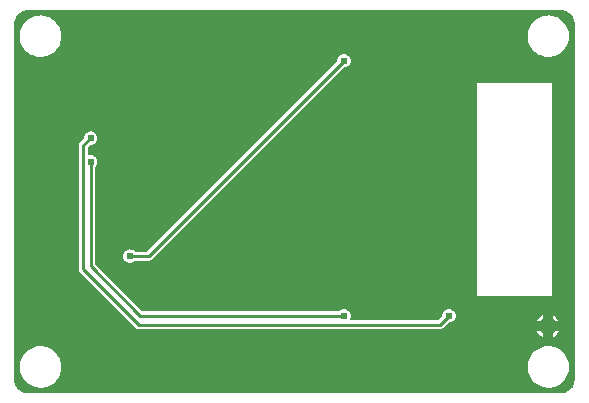
<source format=gbl>
G04 Layer: BottomLayer*
G04 EasyEDA v6.5.34, 2023-10-15 23:32:28*
G04 71d41e4822c04cdf8dbe640198561a58,c7e5a72684d24d89a273277b68740de8,10*
G04 Gerber Generator version 0.2*
G04 Scale: 100 percent, Rotated: No, Reflected: No *
G04 Dimensions in millimeters *
G04 leading zeros omitted , absolute positions ,4 integer and 5 decimal *
%FSLAX45Y45*%
%MOMM*%

%ADD10C,0.2540*%
%ADD11C,1.5240*%
%ADD12C,0.6200*%

%LPD*%
G36*
X150368Y-3274110D02*
G01*
X135534Y-3273196D01*
X121869Y-3270808D01*
X108458Y-3266897D01*
X95656Y-3261512D01*
X83515Y-3254705D01*
X72186Y-3246577D01*
X61874Y-3237280D01*
X52679Y-3226917D01*
X44704Y-3215538D01*
X37998Y-3203295D01*
X32715Y-3190392D01*
X28956Y-3177082D01*
X26670Y-3163316D01*
X25908Y-3149041D01*
X25908Y-150977D01*
X26822Y-135534D01*
X29209Y-121869D01*
X33121Y-108508D01*
X38506Y-95707D01*
X45262Y-83566D01*
X53390Y-72237D01*
X62687Y-61925D01*
X73101Y-52730D01*
X84480Y-44704D01*
X96672Y-38049D01*
X109575Y-32766D01*
X122935Y-29006D01*
X136652Y-26720D01*
X150926Y-25958D01*
X4649012Y-25958D01*
X4664456Y-26873D01*
X4678172Y-29260D01*
X4691481Y-33172D01*
X4704283Y-38557D01*
X4716424Y-45313D01*
X4727752Y-53441D01*
X4738065Y-62738D01*
X4747260Y-73152D01*
X4755286Y-84531D01*
X4761941Y-96723D01*
X4767224Y-109626D01*
X4771034Y-122986D01*
X4773320Y-136702D01*
X4774082Y-150977D01*
X4774082Y-3149041D01*
X4773168Y-3164484D01*
X4770729Y-3178149D01*
X4766818Y-3191510D01*
X4761433Y-3204362D01*
X4754727Y-3216503D01*
X4746548Y-3227781D01*
X4737252Y-3238093D01*
X4726838Y-3247339D01*
X4715459Y-3255314D01*
X4703267Y-3262020D01*
X4690414Y-3267252D01*
X4677054Y-3271062D01*
X4663338Y-3273348D01*
X4649012Y-3274110D01*
G37*

%LPC*%
G36*
X254508Y-3225850D02*
G01*
X272592Y-3224479D01*
X290372Y-3221177D01*
X307797Y-3216148D01*
X324561Y-3209340D01*
X340512Y-3200806D01*
X355549Y-3190697D01*
X369519Y-3179114D01*
X382117Y-3166160D01*
X393344Y-3151936D01*
X403047Y-3136646D01*
X411175Y-3120491D01*
X417525Y-3103524D01*
X422148Y-3085998D01*
X424942Y-3068116D01*
X425856Y-3050032D01*
X424942Y-3031947D01*
X422148Y-3014065D01*
X417525Y-2996488D01*
X411175Y-2979572D01*
X403047Y-2963418D01*
X393344Y-2948076D01*
X382117Y-2933903D01*
X369519Y-2920949D01*
X355549Y-2909366D01*
X340512Y-2899257D01*
X324561Y-2890723D01*
X307797Y-2883916D01*
X290372Y-2878836D01*
X272592Y-2875584D01*
X254508Y-2874213D01*
X236423Y-2874670D01*
X218440Y-2877007D01*
X200812Y-2881122D01*
X183743Y-2887065D01*
X167335Y-2894787D01*
X151790Y-2904083D01*
X137312Y-2914904D01*
X124002Y-2927248D01*
X112115Y-2940862D01*
X101549Y-2955645D01*
X92659Y-2971393D01*
X85394Y-2988005D01*
X79908Y-3005226D01*
X76200Y-3022955D01*
X74320Y-3040938D01*
X74320Y-3059074D01*
X76200Y-3077057D01*
X79908Y-3094837D01*
X85394Y-3112058D01*
X92659Y-3128670D01*
X101549Y-3144418D01*
X112115Y-3159201D01*
X124002Y-3172815D01*
X137312Y-3185109D01*
X151790Y-3195980D01*
X167335Y-3205276D01*
X183743Y-3212947D01*
X200812Y-3218942D01*
X218440Y-3223056D01*
X236423Y-3225393D01*
G37*
G36*
X4554575Y-3225850D02*
G01*
X4572609Y-3224479D01*
X4590389Y-3221177D01*
X4607763Y-3216148D01*
X4624527Y-3209340D01*
X4640529Y-3200806D01*
X4655616Y-3190697D01*
X4669434Y-3179114D01*
X4682134Y-3166160D01*
X4693361Y-3151936D01*
X4703114Y-3136646D01*
X4711141Y-3120491D01*
X4717542Y-3103524D01*
X4722164Y-3085998D01*
X4725009Y-3068116D01*
X4725924Y-3050032D01*
X4725009Y-3031947D01*
X4722164Y-3014065D01*
X4717542Y-2996488D01*
X4711141Y-2979572D01*
X4703114Y-2963418D01*
X4693361Y-2948076D01*
X4682134Y-2933903D01*
X4669434Y-2920949D01*
X4655616Y-2909366D01*
X4640529Y-2899257D01*
X4624527Y-2890723D01*
X4607763Y-2883916D01*
X4590389Y-2878836D01*
X4572609Y-2875584D01*
X4554575Y-2874213D01*
X4536440Y-2874670D01*
X4518507Y-2877007D01*
X4500829Y-2881122D01*
X4483709Y-2887065D01*
X4467301Y-2894787D01*
X4451858Y-2904083D01*
X4437329Y-2914904D01*
X4424070Y-2927248D01*
X4412030Y-2940862D01*
X4401616Y-2955645D01*
X4392625Y-2971393D01*
X4385411Y-2988005D01*
X4379874Y-3005226D01*
X4376216Y-3022955D01*
X4374388Y-3040938D01*
X4374388Y-3059074D01*
X4376216Y-3077057D01*
X4379874Y-3094837D01*
X4385411Y-3112058D01*
X4392625Y-3128670D01*
X4401616Y-3144418D01*
X4412030Y-3159201D01*
X4424070Y-3172815D01*
X4437329Y-3185109D01*
X4451858Y-3195980D01*
X4467301Y-3205276D01*
X4483709Y-3212947D01*
X4500829Y-3218942D01*
X4518507Y-3223056D01*
X4536440Y-3225393D01*
G37*
G36*
X4502200Y-2796895D02*
G01*
X4502200Y-2749600D01*
X4454804Y-2749600D01*
X4455464Y-2751175D01*
X4462424Y-2762910D01*
X4470908Y-2773578D01*
X4480661Y-2783027D01*
X4491634Y-2791155D01*
G37*
G36*
X4591100Y-2796794D02*
G01*
X4595622Y-2794660D01*
X4607204Y-2787294D01*
X4617618Y-2778506D01*
X4626711Y-2768346D01*
X4634433Y-2757119D01*
X4638243Y-2749600D01*
X4591100Y-2749600D01*
G37*
G36*
X1081430Y-2731058D02*
G01*
X3631692Y-2731058D01*
X3639718Y-2730246D01*
X3646982Y-2728061D01*
X3653586Y-2724505D01*
X3659835Y-2719374D01*
X3703218Y-2675991D01*
X3706723Y-2673756D01*
X3720337Y-2671826D01*
X3729634Y-2668981D01*
X3738168Y-2664663D01*
X3745941Y-2658922D01*
X3752646Y-2651963D01*
X3758031Y-2643936D01*
X3761994Y-2635148D01*
X3764432Y-2625852D01*
X3765245Y-2616250D01*
X3764432Y-2606598D01*
X3761994Y-2597302D01*
X3758031Y-2588514D01*
X3752646Y-2580487D01*
X3745941Y-2573477D01*
X3738168Y-2567787D01*
X3729634Y-2563469D01*
X3720337Y-2560624D01*
X3710838Y-2559405D01*
X3701186Y-2559761D01*
X3691788Y-2561844D01*
X3682796Y-2565450D01*
X3674567Y-2570480D01*
X3667302Y-2576880D01*
X3661257Y-2584399D01*
X3656533Y-2592781D01*
X3653332Y-2601874D01*
X3651758Y-2611424D01*
X3651758Y-2614015D01*
X3650945Y-2617927D01*
X3648710Y-2621280D01*
X3619195Y-2650845D01*
X3615842Y-2653030D01*
X3611981Y-2653842D01*
X2880309Y-2653842D01*
X2876346Y-2653030D01*
X2873044Y-2650744D01*
X2870911Y-2647340D01*
X2870149Y-2643327D01*
X2871063Y-2639415D01*
X2872994Y-2635148D01*
X2875432Y-2625852D01*
X2876245Y-2616250D01*
X2875432Y-2606598D01*
X2872994Y-2597302D01*
X2869031Y-2588514D01*
X2863646Y-2580487D01*
X2856941Y-2573477D01*
X2849168Y-2567787D01*
X2840634Y-2563469D01*
X2831338Y-2560624D01*
X2821838Y-2559405D01*
X2812186Y-2559761D01*
X2802788Y-2561844D01*
X2793746Y-2565450D01*
X2785567Y-2570480D01*
X2780334Y-2575102D01*
X2777236Y-2576982D01*
X2773629Y-2577642D01*
X1113840Y-2577642D01*
X1109929Y-2576830D01*
X1106627Y-2574645D01*
X716127Y-2184095D01*
X713892Y-2180742D01*
X713130Y-2176932D01*
X713130Y-1357122D01*
X713892Y-1353261D01*
X715975Y-1350111D01*
X718769Y-1347165D01*
X724154Y-1339088D01*
X728167Y-1330299D01*
X730554Y-1321054D01*
X731469Y-1311452D01*
X730554Y-1301800D01*
X728167Y-1292504D01*
X724154Y-1283716D01*
X718769Y-1275638D01*
X712114Y-1268730D01*
X704342Y-1262938D01*
X695706Y-1258671D01*
X686511Y-1255826D01*
X676960Y-1254607D01*
X667308Y-1255014D01*
X661924Y-1256182D01*
X657453Y-1256080D01*
X653389Y-1254099D01*
X650646Y-1250645D01*
X649630Y-1246225D01*
X649630Y-1195120D01*
X650392Y-1191260D01*
X652627Y-1187958D01*
X669340Y-1171194D01*
X672846Y-1168958D01*
X676960Y-1168247D01*
X686511Y-1167028D01*
X695706Y-1164183D01*
X704342Y-1159865D01*
X712114Y-1154125D01*
X718769Y-1147165D01*
X724154Y-1139139D01*
X728167Y-1130350D01*
X730554Y-1121054D01*
X731469Y-1111453D01*
X730554Y-1101801D01*
X728167Y-1092454D01*
X724154Y-1083665D01*
X718769Y-1075690D01*
X712114Y-1068730D01*
X704342Y-1062990D01*
X695706Y-1058672D01*
X686511Y-1055827D01*
X676960Y-1054608D01*
X667308Y-1055014D01*
X657860Y-1057046D01*
X648919Y-1060653D01*
X640689Y-1065682D01*
X633476Y-1072083D01*
X627430Y-1079601D01*
X622706Y-1087983D01*
X619506Y-1097076D01*
X617880Y-1106627D01*
X617880Y-1109268D01*
X617067Y-1113180D01*
X614883Y-1116482D01*
X584098Y-1147267D01*
X578967Y-1153515D01*
X575411Y-1160170D01*
X573227Y-1167384D01*
X572414Y-1175410D01*
X572414Y-2222042D01*
X573227Y-2230069D01*
X575411Y-2237282D01*
X578967Y-2243937D01*
X584098Y-2250186D01*
X1053287Y-2719374D01*
X1059484Y-2724505D01*
X1066190Y-2728061D01*
X1073404Y-2730246D01*
G37*
G36*
X4591100Y-2660700D02*
G01*
X4638243Y-2660700D01*
X4634433Y-2653080D01*
X4626711Y-2641854D01*
X4617618Y-2631744D01*
X4607204Y-2622956D01*
X4595622Y-2615590D01*
X4591100Y-2613456D01*
G37*
G36*
X4454804Y-2660700D02*
G01*
X4502200Y-2660700D01*
X4502200Y-2613355D01*
X4491634Y-2619095D01*
X4480661Y-2627172D01*
X4470908Y-2636672D01*
X4462424Y-2647340D01*
X4455464Y-2659075D01*
G37*
G36*
X3950665Y-2451150D02*
G01*
X4583734Y-2451150D01*
X4584750Y-2450134D01*
X4584750Y-648716D01*
X4583734Y-647750D01*
X3950665Y-647750D01*
X3949750Y-648716D01*
X3949852Y-2450947D01*
G37*
G36*
X1007160Y-2168245D02*
G01*
X1016762Y-2167026D01*
X1025906Y-2164130D01*
X1034542Y-2159863D01*
X1046581Y-2150821D01*
X1050544Y-2149957D01*
X1164742Y-2149957D01*
X1172718Y-2149246D01*
X1179931Y-2147011D01*
X1186586Y-2143506D01*
X1192834Y-2138375D01*
X2814218Y-516991D01*
X2817723Y-514756D01*
X2831338Y-512826D01*
X2840634Y-509981D01*
X2849168Y-505663D01*
X2856941Y-499922D01*
X2863646Y-492963D01*
X2869031Y-484936D01*
X2872994Y-476148D01*
X2875432Y-466851D01*
X2876245Y-457250D01*
X2875432Y-447598D01*
X2872994Y-438302D01*
X2869031Y-429514D01*
X2863646Y-421487D01*
X2856941Y-414477D01*
X2849168Y-408787D01*
X2840634Y-404469D01*
X2831338Y-401624D01*
X2821838Y-400405D01*
X2812186Y-400761D01*
X2802788Y-402844D01*
X2793746Y-406450D01*
X2785567Y-411480D01*
X2778302Y-417880D01*
X2772257Y-425399D01*
X2767533Y-433781D01*
X2764332Y-442874D01*
X2762758Y-452424D01*
X2762758Y-455015D01*
X2761945Y-458927D01*
X2759710Y-462280D01*
X1152144Y-2069846D01*
X1148842Y-2072030D01*
X1144981Y-2072792D01*
X1050544Y-2072792D01*
X1046581Y-2071979D01*
X1034542Y-2062988D01*
X1025906Y-2058619D01*
X1016762Y-2055825D01*
X1007160Y-2054606D01*
X997508Y-2055012D01*
X988060Y-2057044D01*
X979119Y-2060651D01*
X970889Y-2065680D01*
X963676Y-2072081D01*
X957630Y-2079599D01*
X952906Y-2087930D01*
X949706Y-2097074D01*
X948080Y-2106625D01*
X948080Y-2116226D01*
X949706Y-2125776D01*
X952906Y-2134819D01*
X957630Y-2143252D01*
X963676Y-2150770D01*
X970889Y-2157171D01*
X979119Y-2162149D01*
X988060Y-2165807D01*
X997508Y-2167839D01*
G37*
G36*
X254508Y-425856D02*
G01*
X272592Y-424484D01*
X290372Y-421233D01*
X307797Y-416153D01*
X324561Y-409346D01*
X340512Y-400761D01*
X355549Y-390702D01*
X369519Y-379120D01*
X382117Y-366115D01*
X393344Y-351942D01*
X403047Y-336651D01*
X411175Y-320497D01*
X417525Y-303530D01*
X422148Y-286004D01*
X424942Y-268122D01*
X425856Y-250037D01*
X424942Y-231952D01*
X422148Y-214071D01*
X417525Y-196545D01*
X411175Y-179527D01*
X403047Y-163372D01*
X393344Y-148132D01*
X382117Y-133908D01*
X369519Y-120904D01*
X355549Y-109372D01*
X340512Y-99263D01*
X324561Y-90728D01*
X307797Y-83921D01*
X290372Y-78841D01*
X272592Y-75590D01*
X254508Y-74218D01*
X236423Y-74676D01*
X218440Y-77012D01*
X200812Y-81127D01*
X183743Y-87122D01*
X167335Y-94792D01*
X151790Y-104089D01*
X137312Y-114960D01*
X124002Y-127254D01*
X112115Y-140868D01*
X101549Y-155651D01*
X92659Y-171399D01*
X85394Y-188010D01*
X79908Y-205232D01*
X76200Y-222961D01*
X74320Y-240995D01*
X74320Y-259079D01*
X76200Y-277114D01*
X79908Y-294792D01*
X85394Y-312064D01*
X92659Y-328676D01*
X101549Y-344424D01*
X112115Y-359206D01*
X124002Y-372821D01*
X137312Y-385114D01*
X151790Y-395986D01*
X167335Y-405282D01*
X183743Y-412953D01*
X200812Y-418947D01*
X218440Y-423062D01*
X236423Y-425399D01*
G37*
G36*
X4554575Y-425856D02*
G01*
X4572609Y-424484D01*
X4590389Y-421233D01*
X4607763Y-416153D01*
X4624527Y-409346D01*
X4640529Y-400761D01*
X4655616Y-390702D01*
X4669434Y-379120D01*
X4682134Y-366115D01*
X4693361Y-351942D01*
X4703114Y-336651D01*
X4711141Y-320497D01*
X4717542Y-303530D01*
X4722164Y-286004D01*
X4725009Y-268122D01*
X4725924Y-250037D01*
X4725009Y-231952D01*
X4722164Y-214071D01*
X4717542Y-196545D01*
X4711141Y-179527D01*
X4703114Y-163372D01*
X4693361Y-148132D01*
X4682134Y-133908D01*
X4669434Y-120904D01*
X4655616Y-109372D01*
X4640529Y-99263D01*
X4624527Y-90728D01*
X4607763Y-83921D01*
X4590389Y-78841D01*
X4572609Y-75590D01*
X4554575Y-74218D01*
X4536440Y-74676D01*
X4518507Y-77012D01*
X4500829Y-81127D01*
X4483709Y-87122D01*
X4467301Y-94792D01*
X4451858Y-104089D01*
X4437329Y-114960D01*
X4424070Y-127254D01*
X4412030Y-140868D01*
X4401616Y-155651D01*
X4392625Y-171399D01*
X4385411Y-188010D01*
X4379874Y-205232D01*
X4376216Y-222961D01*
X4374388Y-240995D01*
X4374388Y-259079D01*
X4376216Y-277114D01*
X4379874Y-294792D01*
X4385411Y-312064D01*
X4392625Y-328676D01*
X4401616Y-344424D01*
X4412030Y-359206D01*
X4424070Y-372821D01*
X4437329Y-385114D01*
X4451858Y-395986D01*
X4467301Y-405282D01*
X4483709Y-412953D01*
X4500829Y-418947D01*
X4518507Y-423062D01*
X4536440Y-425399D01*
G37*

%LPD*%
D10*
X674547Y-1311396D02*
G01*
X674547Y-2197100D01*
X1093647Y-2616200D01*
X2819402Y-2616200D01*
X1004747Y-2111397D02*
G01*
X1165197Y-2111397D01*
X2819402Y-457200D01*
X674547Y-1111404D02*
G01*
X611047Y-1174904D01*
X611047Y-2222500D01*
X1080947Y-2692400D01*
X3632202Y-2692400D01*
X3708402Y-2616200D01*
D11*
G01*
X4546600Y-2705100D03*
D12*
G01*
X1004747Y-2111400D03*
G01*
X2819400Y-457200D03*
G01*
X674547Y-1111402D03*
G01*
X674547Y-1311402D03*
G01*
X2819400Y-2616200D03*
G01*
X3708400Y-2616200D03*
G01*
X228600Y-635000D03*
G01*
X228600Y-1219200D03*
G01*
X228600Y-1803400D03*
G01*
X228600Y-2387600D03*
G01*
X1016000Y-165100D03*
G01*
X1879600Y-165100D03*
G01*
X2743200Y-165100D03*
G01*
X3606800Y-165100D03*
M02*

</source>
